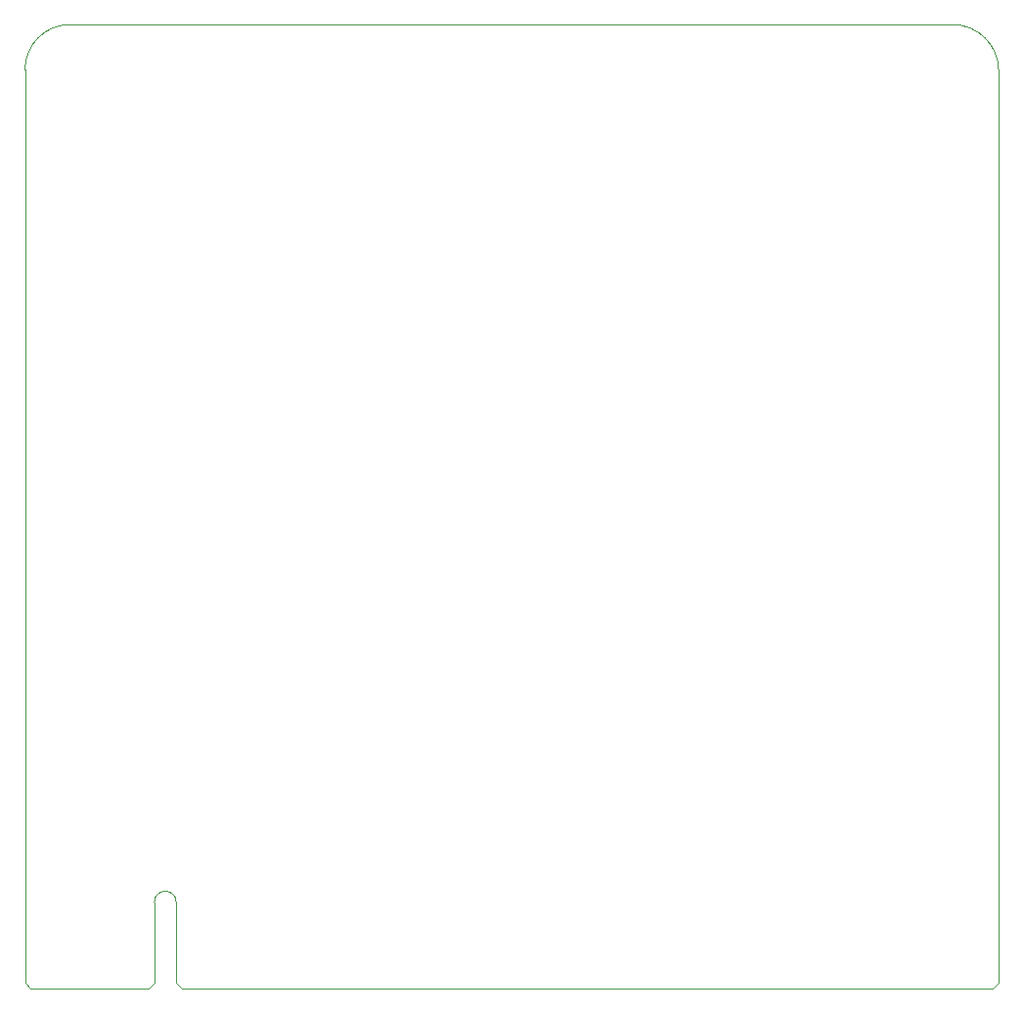
<source format=gbr>
%TF.GenerationSoftware,KiCad,Pcbnew,5.99.0+really5.1.10+dfsg1-1*%
%TF.CreationDate,2021-09-13T00:49:02-04:00*%
%TF.ProjectId,ECP5_BOARD,45435035-5f42-44f4-9152-442e6b696361,rev?*%
%TF.SameCoordinates,Original*%
%TF.FileFunction,Profile,NP*%
%FSLAX46Y46*%
G04 Gerber Fmt 4.6, Leading zero omitted, Abs format (unit mm)*
G04 Created by KiCad (PCBNEW 5.99.0+really5.1.10+dfsg1-1) date 2021-09-13 00:49:02*
%MOMM*%
%LPD*%
G01*
G04 APERTURE LIST*
%TA.AperFunction,Profile*%
%ADD10C,0.050000*%
%TD*%
%TA.AperFunction,Profile*%
%ADD11C,0.100000*%
%TD*%
G04 APERTURE END LIST*
D10*
X98700000Y-32400000D02*
G75*
G02*
X102600000Y-28500000I3900000J0D01*
G01*
X179000000Y-28500000D02*
G75*
G02*
X183000000Y-32500000I0J-4000000D01*
G01*
X179000000Y-28500000D02*
X102600000Y-28500000D01*
X183000000Y-103550000D02*
X183000000Y-32500000D01*
X98700000Y-103550000D02*
X98700000Y-32400000D01*
D11*
%TO.C,X1*%
X109900000Y-104500000D02*
X109900000Y-111450000D01*
X111800000Y-104500000D02*
X111800000Y-111450000D01*
X98700000Y-103550000D02*
X98700000Y-111450000D01*
X99200000Y-111950000D02*
X109400000Y-111950000D01*
X183000000Y-103550000D02*
X183000000Y-111450000D01*
X112300000Y-111950000D02*
X182500000Y-111950000D01*
X98700000Y-111450000D02*
X99200000Y-111950000D01*
X109900000Y-111450000D02*
X109400000Y-111950000D01*
X111800000Y-111450000D02*
X112300000Y-111950000D01*
X183000000Y-111450000D02*
X182500000Y-111950000D01*
X109900000Y-104500000D02*
G75*
G02*
X111800000Y-104500000I950000J0D01*
G01*
%TD*%
M02*

</source>
